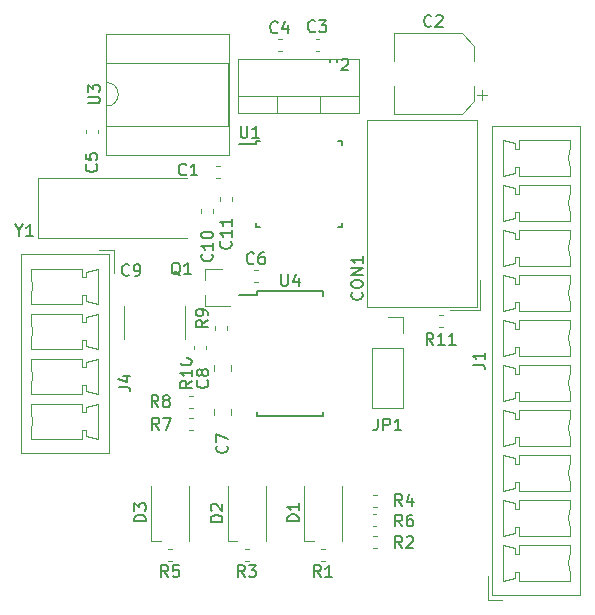
<source format=gto>
G04 #@! TF.GenerationSoftware,KiCad,Pcbnew,5.1.9+dfsg1-1*
G04 #@! TF.CreationDate,2022-02-26T07:12:57+01:00*
G04 #@! TF.ProjectId,mobus,6d6f6275-732e-46b6-9963-61645f706362,rev?*
G04 #@! TF.SameCoordinates,Original*
G04 #@! TF.FileFunction,Legend,Top*
G04 #@! TF.FilePolarity,Positive*
%FSLAX46Y46*%
G04 Gerber Fmt 4.6, Leading zero omitted, Abs format (unit mm)*
G04 Created by KiCad (PCBNEW 5.1.9+dfsg1-1) date 2022-02-26 07:12:57*
%MOMM*%
%LPD*%
G01*
G04 APERTURE LIST*
%ADD10C,0.120000*%
%ADD11C,0.150000*%
%ADD12O,3.600000X1.800000*%
%ADD13O,1.700000X1.700000*%
%ADD14R,1.700000X1.700000*%
%ADD15C,3.200000*%
%ADD16R,4.500000X2.000000*%
%ADD17R,1.500000X0.600000*%
%ADD18O,1.600000X1.600000*%
%ADD19R,1.600000X1.600000*%
%ADD20O,1.905000X2.000000*%
%ADD21R,1.905000X2.000000*%
%ADD22R,0.550000X1.600000*%
%ADD23R,1.600000X0.550000*%
%ADD24R,0.900000X0.800000*%
%ADD25R,2.600000X1.500000*%
%ADD26O,1.727200X1.727200*%
%ADD27R,1.727200X1.727200*%
G04 APERTURE END LIST*
D10*
X128297721Y-85473000D02*
X128623279Y-85473000D01*
X128297721Y-84453000D02*
X128623279Y-84453000D01*
X132410000Y-108573500D02*
X132410000Y-106573500D01*
X133660000Y-108573500D02*
X132410000Y-108573500D01*
X139410000Y-69683500D02*
X139410000Y-70433500D01*
X135110000Y-69683500D02*
X139410000Y-69683500D01*
X135110000Y-70433500D02*
X135110000Y-69683500D01*
X134760000Y-70433500D02*
X135110000Y-70433500D01*
X134760000Y-69933500D02*
X134760000Y-70433500D01*
X133760000Y-69683500D02*
X134760000Y-69933500D01*
X133760000Y-72683500D02*
X133760000Y-69683500D01*
X134760000Y-72433500D02*
X133760000Y-72683500D01*
X134760000Y-71933500D02*
X134760000Y-72433500D01*
X135110000Y-71933500D02*
X134760000Y-71933500D01*
X135110000Y-72683500D02*
X135110000Y-71933500D01*
X139410000Y-72683500D02*
X135110000Y-72683500D01*
X139410000Y-71933500D02*
X139410000Y-72683500D01*
X139410000Y-73493500D02*
X139410000Y-74243500D01*
X135110000Y-73493500D02*
X139410000Y-73493500D01*
X135110000Y-74243500D02*
X135110000Y-73493500D01*
X134760000Y-74243500D02*
X135110000Y-74243500D01*
X134760000Y-73743500D02*
X134760000Y-74243500D01*
X133760000Y-73493500D02*
X134760000Y-73743500D01*
X133760000Y-76493500D02*
X133760000Y-73493500D01*
X134760000Y-76243500D02*
X133760000Y-76493500D01*
X134760000Y-75743500D02*
X134760000Y-76243500D01*
X135110000Y-75743500D02*
X134760000Y-75743500D01*
X135110000Y-76493500D02*
X135110000Y-75743500D01*
X139410000Y-76493500D02*
X135110000Y-76493500D01*
X139410000Y-75743500D02*
X139410000Y-76493500D01*
X139410000Y-77303500D02*
X139410000Y-78053500D01*
X135110000Y-77303500D02*
X139410000Y-77303500D01*
X135110000Y-78053500D02*
X135110000Y-77303500D01*
X134760000Y-78053500D02*
X135110000Y-78053500D01*
X134760000Y-77553500D02*
X134760000Y-78053500D01*
X133760000Y-77303500D02*
X134760000Y-77553500D01*
X133760000Y-80303500D02*
X133760000Y-77303500D01*
X134760000Y-80053500D02*
X133760000Y-80303500D01*
X134760000Y-79553500D02*
X134760000Y-80053500D01*
X135110000Y-79553500D02*
X134760000Y-79553500D01*
X135110000Y-80303500D02*
X135110000Y-79553500D01*
X139410000Y-80303500D02*
X135110000Y-80303500D01*
X139410000Y-79553500D02*
X139410000Y-80303500D01*
X139410000Y-81113500D02*
X139410000Y-81863500D01*
X135110000Y-81113500D02*
X139410000Y-81113500D01*
X135110000Y-81863500D02*
X135110000Y-81113500D01*
X134760000Y-81863500D02*
X135110000Y-81863500D01*
X134760000Y-81363500D02*
X134760000Y-81863500D01*
X133760000Y-81113500D02*
X134760000Y-81363500D01*
X133760000Y-84113500D02*
X133760000Y-81113500D01*
X134760000Y-83863500D02*
X133760000Y-84113500D01*
X134760000Y-83363500D02*
X134760000Y-83863500D01*
X135110000Y-83363500D02*
X134760000Y-83363500D01*
X135110000Y-84113500D02*
X135110000Y-83363500D01*
X139410000Y-84113500D02*
X135110000Y-84113500D01*
X139410000Y-83363500D02*
X139410000Y-84113500D01*
X139410000Y-84923500D02*
X139410000Y-85673500D01*
X135110000Y-84923500D02*
X139410000Y-84923500D01*
X135110000Y-85673500D02*
X135110000Y-84923500D01*
X134760000Y-85673500D02*
X135110000Y-85673500D01*
X134760000Y-85173500D02*
X134760000Y-85673500D01*
X133760000Y-84923500D02*
X134760000Y-85173500D01*
X133760000Y-87923500D02*
X133760000Y-84923500D01*
X134760000Y-87673500D02*
X133760000Y-87923500D01*
X134760000Y-87173500D02*
X134760000Y-87673500D01*
X135110000Y-87173500D02*
X134760000Y-87173500D01*
X135110000Y-87923500D02*
X135110000Y-87173500D01*
X139410000Y-87923500D02*
X135110000Y-87923500D01*
X139410000Y-87173500D02*
X139410000Y-87923500D01*
X139410000Y-88733500D02*
X139410000Y-89483500D01*
X135110000Y-88733500D02*
X139410000Y-88733500D01*
X135110000Y-89483500D02*
X135110000Y-88733500D01*
X134760000Y-89483500D02*
X135110000Y-89483500D01*
X134760000Y-88983500D02*
X134760000Y-89483500D01*
X133760000Y-88733500D02*
X134760000Y-88983500D01*
X133760000Y-91733500D02*
X133760000Y-88733500D01*
X134760000Y-91483500D02*
X133760000Y-91733500D01*
X134760000Y-90983500D02*
X134760000Y-91483500D01*
X135110000Y-90983500D02*
X134760000Y-90983500D01*
X135110000Y-91733500D02*
X135110000Y-90983500D01*
X139410000Y-91733500D02*
X135110000Y-91733500D01*
X139410000Y-90983500D02*
X139410000Y-91733500D01*
X139410000Y-92543500D02*
X139410000Y-93293500D01*
X135110000Y-92543500D02*
X139410000Y-92543500D01*
X135110000Y-93293500D02*
X135110000Y-92543500D01*
X134760000Y-93293500D02*
X135110000Y-93293500D01*
X134760000Y-92793500D02*
X134760000Y-93293500D01*
X133760000Y-92543500D02*
X134760000Y-92793500D01*
X133760000Y-95543500D02*
X133760000Y-92543500D01*
X134760000Y-95293500D02*
X133760000Y-95543500D01*
X134760000Y-94793500D02*
X134760000Y-95293500D01*
X135110000Y-94793500D02*
X134760000Y-94793500D01*
X135110000Y-95543500D02*
X135110000Y-94793500D01*
X139410000Y-95543500D02*
X135110000Y-95543500D01*
X139410000Y-94793500D02*
X139410000Y-95543500D01*
X139410000Y-96353500D02*
X139410000Y-97103500D01*
X135110000Y-96353500D02*
X139410000Y-96353500D01*
X135110000Y-97103500D02*
X135110000Y-96353500D01*
X134760000Y-97103500D02*
X135110000Y-97103500D01*
X134760000Y-96603500D02*
X134760000Y-97103500D01*
X133760000Y-96353500D02*
X134760000Y-96603500D01*
X133760000Y-99353500D02*
X133760000Y-96353500D01*
X134760000Y-99103500D02*
X133760000Y-99353500D01*
X134760000Y-98603500D02*
X134760000Y-99103500D01*
X135110000Y-98603500D02*
X134760000Y-98603500D01*
X135110000Y-99353500D02*
X135110000Y-98603500D01*
X139410000Y-99353500D02*
X135110000Y-99353500D01*
X139410000Y-98603500D02*
X139410000Y-99353500D01*
X139410000Y-100163500D02*
X139410000Y-100913500D01*
X135110000Y-100163500D02*
X139410000Y-100163500D01*
X135110000Y-100913500D02*
X135110000Y-100163500D01*
X134760000Y-100913500D02*
X135110000Y-100913500D01*
X134760000Y-100413500D02*
X134760000Y-100913500D01*
X133760000Y-100163500D02*
X134760000Y-100413500D01*
X133760000Y-103163500D02*
X133760000Y-100163500D01*
X134760000Y-102913500D02*
X133760000Y-103163500D01*
X134760000Y-102413500D02*
X134760000Y-102913500D01*
X135110000Y-102413500D02*
X134760000Y-102413500D01*
X135110000Y-103163500D02*
X135110000Y-102413500D01*
X139410000Y-103163500D02*
X135110000Y-103163500D01*
X139410000Y-102413500D02*
X139410000Y-103163500D01*
X139410000Y-103973500D02*
X139410000Y-104723500D01*
X135110000Y-103973500D02*
X139410000Y-103973500D01*
X135110000Y-104723500D02*
X135110000Y-103973500D01*
X134760000Y-104723500D02*
X135110000Y-104723500D01*
X134760000Y-104223500D02*
X134760000Y-104723500D01*
X133760000Y-103973500D02*
X134760000Y-104223500D01*
X133760000Y-106973500D02*
X133760000Y-103973500D01*
X134760000Y-106723500D02*
X133760000Y-106973500D01*
X134760000Y-106223500D02*
X134760000Y-106723500D01*
X135110000Y-106223500D02*
X134760000Y-106223500D01*
X135110000Y-106973500D02*
X135110000Y-106223500D01*
X139410000Y-106973500D02*
X135110000Y-106973500D01*
X139410000Y-106223500D02*
X139410000Y-106973500D01*
X132800000Y-68473500D02*
X132800000Y-108183500D01*
X140270000Y-68473500D02*
X132800000Y-68473500D01*
X140270000Y-108183500D02*
X140270000Y-68473500D01*
X132800000Y-108183500D02*
X140270000Y-108183500D01*
X139409845Y-70433853D02*
G75*
G03*
X139410000Y-71933500I1700155J-749647D01*
G01*
X139409845Y-74243853D02*
G75*
G03*
X139410000Y-75743500I1700155J-749647D01*
G01*
X139409845Y-78053853D02*
G75*
G03*
X139410000Y-79553500I1700155J-749647D01*
G01*
X139409845Y-81863853D02*
G75*
G03*
X139410000Y-83363500I1700155J-749647D01*
G01*
X139409845Y-85673853D02*
G75*
G03*
X139410000Y-87173500I1700155J-749647D01*
G01*
X139409845Y-89483853D02*
G75*
G03*
X139410000Y-90983500I1700155J-749647D01*
G01*
X139409845Y-93293853D02*
G75*
G03*
X139410000Y-94793500I1700155J-749647D01*
G01*
X139409845Y-97103853D02*
G75*
G03*
X139410000Y-98603500I1700155J-749647D01*
G01*
X139409845Y-100913853D02*
G75*
G03*
X139410000Y-102413500I1700155J-749647D01*
G01*
X139409845Y-104723853D02*
G75*
G03*
X139410000Y-106223500I1700155J-749647D01*
G01*
X123952000Y-84649000D02*
X125282000Y-84649000D01*
X125282000Y-84649000D02*
X125282000Y-85979000D01*
X125282000Y-87249000D02*
X125282000Y-92389000D01*
X122622000Y-92389000D02*
X125282000Y-92389000D01*
X122622000Y-87249000D02*
X122622000Y-92389000D01*
X122622000Y-87249000D02*
X125282000Y-87249000D01*
X106813500Y-86505748D02*
X106813500Y-83674252D01*
X101593500Y-86505748D02*
X101593500Y-83674252D01*
X94328500Y-77988000D02*
X106928500Y-77988000D01*
X94328500Y-72888000D02*
X94328500Y-77988000D01*
X106928500Y-72888000D02*
X94328500Y-72888000D01*
X110809500Y-74813279D02*
X110809500Y-74487721D01*
X109789500Y-74813279D02*
X109789500Y-74487721D01*
X109158500Y-75854779D02*
X109158500Y-75529221D01*
X108138500Y-75854779D02*
X108138500Y-75529221D01*
D11*
X112922000Y-82757000D02*
X111397000Y-82757000D01*
X112922000Y-93032000D02*
X118472000Y-93032000D01*
X112922000Y-82482000D02*
X118472000Y-82482000D01*
X112922000Y-93032000D02*
X112922000Y-92677000D01*
X118472000Y-93032000D02*
X118472000Y-92677000D01*
X118472000Y-82482000D02*
X118472000Y-82837000D01*
X112922000Y-82482000D02*
X112922000Y-82757000D01*
D10*
X100083000Y-60646000D02*
X100083000Y-70926000D01*
X110483000Y-60646000D02*
X100083000Y-60646000D01*
X110483000Y-70926000D02*
X110483000Y-60646000D01*
X100083000Y-70926000D02*
X110483000Y-70926000D01*
X100143000Y-63136000D02*
X100143000Y-64786000D01*
X110423000Y-63136000D02*
X100143000Y-63136000D01*
X110423000Y-68436000D02*
X110423000Y-63136000D01*
X100143000Y-68436000D02*
X110423000Y-68436000D01*
X100143000Y-66786000D02*
X100143000Y-68436000D01*
X100143000Y-64786000D02*
G75*
G02*
X100143000Y-66786000I0J-1000000D01*
G01*
X114544500Y-67405000D02*
X114544500Y-65895000D01*
X118245500Y-67405000D02*
X118245500Y-65895000D01*
X121515500Y-65895000D02*
X111275500Y-65895000D01*
X111275500Y-67405000D02*
X111275500Y-62764000D01*
X121515500Y-67405000D02*
X121515500Y-62764000D01*
X121515500Y-62764000D02*
X111275500Y-62764000D01*
X121515500Y-67405000D02*
X111275500Y-67405000D01*
D11*
X112834000Y-70006000D02*
X111409000Y-70006000D01*
X120084000Y-69781000D02*
X119759000Y-69781000D01*
X120084000Y-77031000D02*
X119759000Y-77031000D01*
X112834000Y-77031000D02*
X113159000Y-77031000D01*
X112834000Y-69781000D02*
X113159000Y-69781000D01*
X112834000Y-77031000D02*
X112834000Y-76706000D01*
X120084000Y-77031000D02*
X120084000Y-76706000D01*
X120084000Y-69781000D02*
X120084000Y-70106000D01*
X112834000Y-69781000D02*
X112834000Y-70006000D01*
D10*
X107567000Y-87060721D02*
X107567000Y-87386279D01*
X108587000Y-87060721D02*
X108587000Y-87386279D01*
X109345000Y-85435221D02*
X109345000Y-85760779D01*
X110365000Y-85435221D02*
X110365000Y-85760779D01*
X107452279Y-91311000D02*
X107126721Y-91311000D01*
X107452279Y-92331000D02*
X107126721Y-92331000D01*
X107477779Y-93216000D02*
X107152221Y-93216000D01*
X107477779Y-94236000D02*
X107152221Y-94236000D01*
X123009779Y-101344000D02*
X122684221Y-101344000D01*
X123009779Y-102364000D02*
X122684221Y-102364000D01*
X105699779Y-104265000D02*
X105374221Y-104265000D01*
X105699779Y-105285000D02*
X105374221Y-105285000D01*
X123035279Y-99693000D02*
X122709721Y-99693000D01*
X123035279Y-100713000D02*
X122709721Y-100713000D01*
X112176779Y-104265000D02*
X111851221Y-104265000D01*
X112176779Y-105285000D02*
X111851221Y-105285000D01*
X123035279Y-103185500D02*
X122709721Y-103185500D01*
X123035279Y-104205500D02*
X122709721Y-104205500D01*
X118628279Y-104265000D02*
X118302721Y-104265000D01*
X118628279Y-105285000D02*
X118302721Y-105285000D01*
X108460000Y-80589000D02*
X109920000Y-80589000D01*
X108460000Y-83749000D02*
X110620000Y-83749000D01*
X108460000Y-83749000D02*
X108460000Y-82819000D01*
X108460000Y-80589000D02*
X108460000Y-81519000D01*
X100762000Y-78942000D02*
X100762000Y-80942000D01*
X99512000Y-78942000D02*
X100762000Y-78942000D01*
X93762000Y-94972000D02*
X93762000Y-94222000D01*
X98062000Y-94972000D02*
X93762000Y-94972000D01*
X98062000Y-94222000D02*
X98062000Y-94972000D01*
X98412000Y-94222000D02*
X98062000Y-94222000D01*
X98412000Y-94722000D02*
X98412000Y-94222000D01*
X99412000Y-94972000D02*
X98412000Y-94722000D01*
X99412000Y-91972000D02*
X99412000Y-94972000D01*
X98412000Y-92222000D02*
X99412000Y-91972000D01*
X98412000Y-92722000D02*
X98412000Y-92222000D01*
X98062000Y-92722000D02*
X98412000Y-92722000D01*
X98062000Y-91972000D02*
X98062000Y-92722000D01*
X93762000Y-91972000D02*
X98062000Y-91972000D01*
X93762000Y-92722000D02*
X93762000Y-91972000D01*
X93762000Y-91162000D02*
X93762000Y-90412000D01*
X98062000Y-91162000D02*
X93762000Y-91162000D01*
X98062000Y-90412000D02*
X98062000Y-91162000D01*
X98412000Y-90412000D02*
X98062000Y-90412000D01*
X98412000Y-90912000D02*
X98412000Y-90412000D01*
X99412000Y-91162000D02*
X98412000Y-90912000D01*
X99412000Y-88162000D02*
X99412000Y-91162000D01*
X98412000Y-88412000D02*
X99412000Y-88162000D01*
X98412000Y-88912000D02*
X98412000Y-88412000D01*
X98062000Y-88912000D02*
X98412000Y-88912000D01*
X98062000Y-88162000D02*
X98062000Y-88912000D01*
X93762000Y-88162000D02*
X98062000Y-88162000D01*
X93762000Y-88912000D02*
X93762000Y-88162000D01*
X93762000Y-87352000D02*
X93762000Y-86602000D01*
X98062000Y-87352000D02*
X93762000Y-87352000D01*
X98062000Y-86602000D02*
X98062000Y-87352000D01*
X98412000Y-86602000D02*
X98062000Y-86602000D01*
X98412000Y-87102000D02*
X98412000Y-86602000D01*
X99412000Y-87352000D02*
X98412000Y-87102000D01*
X99412000Y-84352000D02*
X99412000Y-87352000D01*
X98412000Y-84602000D02*
X99412000Y-84352000D01*
X98412000Y-85102000D02*
X98412000Y-84602000D01*
X98062000Y-85102000D02*
X98412000Y-85102000D01*
X98062000Y-84352000D02*
X98062000Y-85102000D01*
X93762000Y-84352000D02*
X98062000Y-84352000D01*
X93762000Y-85102000D02*
X93762000Y-84352000D01*
X93762000Y-83542000D02*
X93762000Y-82792000D01*
X98062000Y-83542000D02*
X93762000Y-83542000D01*
X98062000Y-82792000D02*
X98062000Y-83542000D01*
X98412000Y-82792000D02*
X98062000Y-82792000D01*
X98412000Y-83292000D02*
X98412000Y-82792000D01*
X99412000Y-83542000D02*
X98412000Y-83292000D01*
X99412000Y-80542000D02*
X99412000Y-83542000D01*
X98412000Y-80792000D02*
X99412000Y-80542000D01*
X98412000Y-81292000D02*
X98412000Y-80792000D01*
X98062000Y-81292000D02*
X98412000Y-81292000D01*
X98062000Y-80542000D02*
X98062000Y-81292000D01*
X93762000Y-80542000D02*
X98062000Y-80542000D01*
X93762000Y-81292000D02*
X93762000Y-80542000D01*
X100372000Y-96182000D02*
X100372000Y-79332000D01*
X92902000Y-96182000D02*
X100372000Y-96182000D01*
X92902000Y-79332000D02*
X92902000Y-96182000D01*
X100372000Y-79332000D02*
X92902000Y-79332000D01*
X93762155Y-94221647D02*
G75*
G03*
X93762000Y-92722000I-1700155J749647D01*
G01*
X93762155Y-90411647D02*
G75*
G03*
X93762000Y-88912000I-1700155J749647D01*
G01*
X93762155Y-86601647D02*
G75*
G03*
X93762000Y-85102000I-1700155J749647D01*
G01*
X93762155Y-82791647D02*
G75*
G03*
X93762000Y-81292000I-1700155J749647D01*
G01*
X103937000Y-103619000D02*
X104737000Y-103619000D01*
X103937000Y-98969000D02*
X103937000Y-103619000D01*
X107137000Y-98969000D02*
X107137000Y-103619000D01*
X110414000Y-103643000D02*
X111214000Y-103643000D01*
X110414000Y-98993000D02*
X110414000Y-103643000D01*
X113614000Y-98993000D02*
X113614000Y-103643000D01*
X116891000Y-103595000D02*
X117691000Y-103595000D01*
X116891000Y-98945000D02*
X116891000Y-103595000D01*
X120091000Y-98945000D02*
X120091000Y-103595000D01*
X131798000Y-84022500D02*
X129258000Y-84022500D01*
X131798000Y-84022500D02*
X131798000Y-81482500D01*
X131548000Y-83772500D02*
X122198000Y-83772500D01*
X131548000Y-67992500D02*
X131548000Y-83772500D01*
X122198000Y-67992500D02*
X131548000Y-67992500D01*
X122198000Y-83772500D02*
X122198000Y-67992500D01*
X110692000Y-89237078D02*
X110692000Y-88719922D01*
X109272000Y-89237078D02*
X109272000Y-88719922D01*
X110692000Y-92968578D02*
X110692000Y-92451422D01*
X109272000Y-92968578D02*
X109272000Y-92451422D01*
X112638721Y-81663000D02*
X112964279Y-81663000D01*
X112638721Y-80643000D02*
X112964279Y-80643000D01*
X98423000Y-68772721D02*
X98423000Y-69098279D01*
X99443000Y-68772721D02*
X99443000Y-69098279D01*
X114645221Y-62105000D02*
X114970779Y-62105000D01*
X114645221Y-61085000D02*
X114970779Y-61085000D01*
X118183779Y-61085000D02*
X117858221Y-61085000D01*
X118183779Y-62105000D02*
X117858221Y-62105000D01*
X131932750Y-66249250D02*
X131932750Y-65461750D01*
X132326500Y-65855500D02*
X131539000Y-65855500D01*
X131299000Y-61662437D02*
X130234563Y-60598000D01*
X131299000Y-66353563D02*
X130234563Y-67418000D01*
X131299000Y-66353563D02*
X131299000Y-65068000D01*
X131299000Y-61662437D02*
X131299000Y-62948000D01*
X130234563Y-60598000D02*
X124479000Y-60598000D01*
X130234563Y-67418000D02*
X124479000Y-67418000D01*
X124479000Y-67418000D02*
X124479000Y-65068000D01*
X124479000Y-60598000D02*
X124479000Y-62948000D01*
X109738279Y-71880000D02*
X109412721Y-71880000D01*
X109738279Y-72900000D02*
X109412721Y-72900000D01*
D11*
X127817642Y-87002880D02*
X127484309Y-86526690D01*
X127246214Y-87002880D02*
X127246214Y-86002880D01*
X127627166Y-86002880D01*
X127722404Y-86050500D01*
X127770023Y-86098119D01*
X127817642Y-86193357D01*
X127817642Y-86336214D01*
X127770023Y-86431452D01*
X127722404Y-86479071D01*
X127627166Y-86526690D01*
X127246214Y-86526690D01*
X128770023Y-87002880D02*
X128198595Y-87002880D01*
X128484309Y-87002880D02*
X128484309Y-86002880D01*
X128389071Y-86145738D01*
X128293833Y-86240976D01*
X128198595Y-86288595D01*
X129722404Y-87002880D02*
X129150976Y-87002880D01*
X129436690Y-87002880D02*
X129436690Y-86002880D01*
X129341452Y-86145738D01*
X129246214Y-86240976D01*
X129150976Y-86288595D01*
X131162380Y-88666833D02*
X131876666Y-88666833D01*
X132019523Y-88714452D01*
X132114761Y-88809690D01*
X132162380Y-88952547D01*
X132162380Y-89047785D01*
X132162380Y-87666833D02*
X132162380Y-88238261D01*
X132162380Y-87952547D02*
X131162380Y-87952547D01*
X131305238Y-88047785D01*
X131400476Y-88143023D01*
X131448095Y-88238261D01*
X123118666Y-93241880D02*
X123118666Y-93956166D01*
X123071047Y-94099023D01*
X122975809Y-94194261D01*
X122832952Y-94241880D01*
X122737714Y-94241880D01*
X123594857Y-94241880D02*
X123594857Y-93241880D01*
X123975809Y-93241880D01*
X124071047Y-93289500D01*
X124118666Y-93337119D01*
X124166285Y-93432357D01*
X124166285Y-93575214D01*
X124118666Y-93670452D01*
X124071047Y-93718071D01*
X123975809Y-93765690D01*
X123594857Y-93765690D01*
X125118666Y-94241880D02*
X124547238Y-94241880D01*
X124832952Y-94241880D02*
X124832952Y-93241880D01*
X124737714Y-93384738D01*
X124642476Y-93479976D01*
X124547238Y-93527595D01*
X102068333Y-81065642D02*
X102020714Y-81113261D01*
X101877857Y-81160880D01*
X101782619Y-81160880D01*
X101639761Y-81113261D01*
X101544523Y-81018023D01*
X101496904Y-80922785D01*
X101449285Y-80732309D01*
X101449285Y-80589452D01*
X101496904Y-80398976D01*
X101544523Y-80303738D01*
X101639761Y-80208500D01*
X101782619Y-80160880D01*
X101877857Y-80160880D01*
X102020714Y-80208500D01*
X102068333Y-80256119D01*
X102544523Y-81160880D02*
X102735000Y-81160880D01*
X102830238Y-81113261D01*
X102877857Y-81065642D01*
X102973095Y-80922785D01*
X103020714Y-80732309D01*
X103020714Y-80351357D01*
X102973095Y-80256119D01*
X102925476Y-80208500D01*
X102830238Y-80160880D01*
X102639761Y-80160880D01*
X102544523Y-80208500D01*
X102496904Y-80256119D01*
X102449285Y-80351357D01*
X102449285Y-80589452D01*
X102496904Y-80684690D01*
X102544523Y-80732309D01*
X102639761Y-80779928D01*
X102830238Y-80779928D01*
X102925476Y-80732309D01*
X102973095Y-80684690D01*
X103020714Y-80589452D01*
X92741809Y-77319190D02*
X92741809Y-77795380D01*
X92408476Y-76795380D02*
X92741809Y-77319190D01*
X93075142Y-76795380D01*
X93932285Y-77795380D02*
X93360857Y-77795380D01*
X93646571Y-77795380D02*
X93646571Y-76795380D01*
X93551333Y-76938238D01*
X93456095Y-77033476D01*
X93360857Y-77081095D01*
X110656642Y-78239857D02*
X110704261Y-78287476D01*
X110751880Y-78430333D01*
X110751880Y-78525571D01*
X110704261Y-78668428D01*
X110609023Y-78763666D01*
X110513785Y-78811285D01*
X110323309Y-78858904D01*
X110180452Y-78858904D01*
X109989976Y-78811285D01*
X109894738Y-78763666D01*
X109799500Y-78668428D01*
X109751880Y-78525571D01*
X109751880Y-78430333D01*
X109799500Y-78287476D01*
X109847119Y-78239857D01*
X110751880Y-77287476D02*
X110751880Y-77858904D01*
X110751880Y-77573190D02*
X109751880Y-77573190D01*
X109894738Y-77668428D01*
X109989976Y-77763666D01*
X110037595Y-77858904D01*
X110751880Y-76335095D02*
X110751880Y-76906523D01*
X110751880Y-76620809D02*
X109751880Y-76620809D01*
X109894738Y-76716047D01*
X109989976Y-76811285D01*
X110037595Y-76906523D01*
X109069142Y-79319357D02*
X109116761Y-79366976D01*
X109164380Y-79509833D01*
X109164380Y-79605071D01*
X109116761Y-79747928D01*
X109021523Y-79843166D01*
X108926285Y-79890785D01*
X108735809Y-79938404D01*
X108592952Y-79938404D01*
X108402476Y-79890785D01*
X108307238Y-79843166D01*
X108212000Y-79747928D01*
X108164380Y-79605071D01*
X108164380Y-79509833D01*
X108212000Y-79366976D01*
X108259619Y-79319357D01*
X109164380Y-78366976D02*
X109164380Y-78938404D01*
X109164380Y-78652690D02*
X108164380Y-78652690D01*
X108307238Y-78747928D01*
X108402476Y-78843166D01*
X108450095Y-78938404D01*
X108164380Y-77747928D02*
X108164380Y-77652690D01*
X108212000Y-77557452D01*
X108259619Y-77509833D01*
X108354857Y-77462214D01*
X108545333Y-77414595D01*
X108783428Y-77414595D01*
X108973904Y-77462214D01*
X109069142Y-77509833D01*
X109116761Y-77557452D01*
X109164380Y-77652690D01*
X109164380Y-77747928D01*
X109116761Y-77843166D01*
X109069142Y-77890785D01*
X108973904Y-77938404D01*
X108783428Y-77986023D01*
X108545333Y-77986023D01*
X108354857Y-77938404D01*
X108259619Y-77890785D01*
X108212000Y-77843166D01*
X108164380Y-77747928D01*
X114935095Y-81009380D02*
X114935095Y-81818904D01*
X114982714Y-81914142D01*
X115030333Y-81961761D01*
X115125571Y-82009380D01*
X115316047Y-82009380D01*
X115411285Y-81961761D01*
X115458904Y-81914142D01*
X115506523Y-81818904D01*
X115506523Y-81009380D01*
X116411285Y-81342714D02*
X116411285Y-82009380D01*
X116173190Y-80961761D02*
X115935095Y-81676047D01*
X116554142Y-81676047D01*
X98595380Y-66547904D02*
X99404904Y-66547904D01*
X99500142Y-66500285D01*
X99547761Y-66452666D01*
X99595380Y-66357428D01*
X99595380Y-66166952D01*
X99547761Y-66071714D01*
X99500142Y-66024095D01*
X99404904Y-65976476D01*
X98595380Y-65976476D01*
X98595380Y-65595523D02*
X98595380Y-64976476D01*
X98976333Y-65309809D01*
X98976333Y-65166952D01*
X99023952Y-65071714D01*
X99071571Y-65024095D01*
X99166809Y-64976476D01*
X99404904Y-64976476D01*
X99500142Y-65024095D01*
X99547761Y-65071714D01*
X99595380Y-65166952D01*
X99595380Y-65452666D01*
X99547761Y-65547904D01*
X99500142Y-65595523D01*
X119062595Y-62761880D02*
X119062595Y-63571404D01*
X119110214Y-63666642D01*
X119157833Y-63714261D01*
X119253071Y-63761880D01*
X119443547Y-63761880D01*
X119538785Y-63714261D01*
X119586404Y-63666642D01*
X119634023Y-63571404D01*
X119634023Y-62761880D01*
X120062595Y-62857119D02*
X120110214Y-62809500D01*
X120205452Y-62761880D01*
X120443547Y-62761880D01*
X120538785Y-62809500D01*
X120586404Y-62857119D01*
X120634023Y-62952357D01*
X120634023Y-63047595D01*
X120586404Y-63190452D01*
X120014976Y-63761880D01*
X120634023Y-63761880D01*
X111506095Y-68476880D02*
X111506095Y-69286404D01*
X111553714Y-69381642D01*
X111601333Y-69429261D01*
X111696571Y-69476880D01*
X111887047Y-69476880D01*
X111982285Y-69429261D01*
X112029904Y-69381642D01*
X112077523Y-69286404D01*
X112077523Y-68476880D01*
X113077523Y-69476880D02*
X112506095Y-69476880D01*
X112791809Y-69476880D02*
X112791809Y-68476880D01*
X112696571Y-68619738D01*
X112601333Y-68714976D01*
X112506095Y-68762595D01*
X107386380Y-90050857D02*
X106910190Y-90384190D01*
X107386380Y-90622285D02*
X106386380Y-90622285D01*
X106386380Y-90241333D01*
X106434000Y-90146095D01*
X106481619Y-90098476D01*
X106576857Y-90050857D01*
X106719714Y-90050857D01*
X106814952Y-90098476D01*
X106862571Y-90146095D01*
X106910190Y-90241333D01*
X106910190Y-90622285D01*
X107386380Y-89098476D02*
X107386380Y-89669904D01*
X107386380Y-89384190D02*
X106386380Y-89384190D01*
X106529238Y-89479428D01*
X106624476Y-89574666D01*
X106672095Y-89669904D01*
X106386380Y-88479428D02*
X106386380Y-88384190D01*
X106434000Y-88288952D01*
X106481619Y-88241333D01*
X106576857Y-88193714D01*
X106767333Y-88146095D01*
X107005428Y-88146095D01*
X107195904Y-88193714D01*
X107291142Y-88241333D01*
X107338761Y-88288952D01*
X107386380Y-88384190D01*
X107386380Y-88479428D01*
X107338761Y-88574666D01*
X107291142Y-88622285D01*
X107195904Y-88669904D01*
X107005428Y-88717523D01*
X106767333Y-88717523D01*
X106576857Y-88669904D01*
X106481619Y-88622285D01*
X106434000Y-88574666D01*
X106386380Y-88479428D01*
X108719880Y-84939166D02*
X108243690Y-85272500D01*
X108719880Y-85510595D02*
X107719880Y-85510595D01*
X107719880Y-85129642D01*
X107767500Y-85034404D01*
X107815119Y-84986785D01*
X107910357Y-84939166D01*
X108053214Y-84939166D01*
X108148452Y-84986785D01*
X108196071Y-85034404D01*
X108243690Y-85129642D01*
X108243690Y-85510595D01*
X108719880Y-84462976D02*
X108719880Y-84272500D01*
X108672261Y-84177261D01*
X108624642Y-84129642D01*
X108481785Y-84034404D01*
X108291309Y-83986785D01*
X107910357Y-83986785D01*
X107815119Y-84034404D01*
X107767500Y-84082023D01*
X107719880Y-84177261D01*
X107719880Y-84367738D01*
X107767500Y-84462976D01*
X107815119Y-84510595D01*
X107910357Y-84558214D01*
X108148452Y-84558214D01*
X108243690Y-84510595D01*
X108291309Y-84462976D01*
X108338928Y-84367738D01*
X108338928Y-84177261D01*
X108291309Y-84082023D01*
X108243690Y-84034404D01*
X108148452Y-83986785D01*
X104544833Y-92273380D02*
X104211500Y-91797190D01*
X103973404Y-92273380D02*
X103973404Y-91273380D01*
X104354357Y-91273380D01*
X104449595Y-91321000D01*
X104497214Y-91368619D01*
X104544833Y-91463857D01*
X104544833Y-91606714D01*
X104497214Y-91701952D01*
X104449595Y-91749571D01*
X104354357Y-91797190D01*
X103973404Y-91797190D01*
X105116261Y-91701952D02*
X105021023Y-91654333D01*
X104973404Y-91606714D01*
X104925785Y-91511476D01*
X104925785Y-91463857D01*
X104973404Y-91368619D01*
X105021023Y-91321000D01*
X105116261Y-91273380D01*
X105306738Y-91273380D01*
X105401976Y-91321000D01*
X105449595Y-91368619D01*
X105497214Y-91463857D01*
X105497214Y-91511476D01*
X105449595Y-91606714D01*
X105401976Y-91654333D01*
X105306738Y-91701952D01*
X105116261Y-91701952D01*
X105021023Y-91749571D01*
X104973404Y-91797190D01*
X104925785Y-91892428D01*
X104925785Y-92082904D01*
X104973404Y-92178142D01*
X105021023Y-92225761D01*
X105116261Y-92273380D01*
X105306738Y-92273380D01*
X105401976Y-92225761D01*
X105449595Y-92178142D01*
X105497214Y-92082904D01*
X105497214Y-91892428D01*
X105449595Y-91797190D01*
X105401976Y-91749571D01*
X105306738Y-91701952D01*
X104608333Y-94178380D02*
X104275000Y-93702190D01*
X104036904Y-94178380D02*
X104036904Y-93178380D01*
X104417857Y-93178380D01*
X104513095Y-93226000D01*
X104560714Y-93273619D01*
X104608333Y-93368857D01*
X104608333Y-93511714D01*
X104560714Y-93606952D01*
X104513095Y-93654571D01*
X104417857Y-93702190D01*
X104036904Y-93702190D01*
X104941666Y-93178380D02*
X105608333Y-93178380D01*
X105179761Y-94178380D01*
X125182333Y-102369880D02*
X124849000Y-101893690D01*
X124610904Y-102369880D02*
X124610904Y-101369880D01*
X124991857Y-101369880D01*
X125087095Y-101417500D01*
X125134714Y-101465119D01*
X125182333Y-101560357D01*
X125182333Y-101703214D01*
X125134714Y-101798452D01*
X125087095Y-101846071D01*
X124991857Y-101893690D01*
X124610904Y-101893690D01*
X126039476Y-101369880D02*
X125849000Y-101369880D01*
X125753761Y-101417500D01*
X125706142Y-101465119D01*
X125610904Y-101607976D01*
X125563285Y-101798452D01*
X125563285Y-102179404D01*
X125610904Y-102274642D01*
X125658523Y-102322261D01*
X125753761Y-102369880D01*
X125944238Y-102369880D01*
X126039476Y-102322261D01*
X126087095Y-102274642D01*
X126134714Y-102179404D01*
X126134714Y-101941309D01*
X126087095Y-101846071D01*
X126039476Y-101798452D01*
X125944238Y-101750833D01*
X125753761Y-101750833D01*
X125658523Y-101798452D01*
X125610904Y-101846071D01*
X125563285Y-101941309D01*
X105370333Y-106657380D02*
X105037000Y-106181190D01*
X104798904Y-106657380D02*
X104798904Y-105657380D01*
X105179857Y-105657380D01*
X105275095Y-105705000D01*
X105322714Y-105752619D01*
X105370333Y-105847857D01*
X105370333Y-105990714D01*
X105322714Y-106085952D01*
X105275095Y-106133571D01*
X105179857Y-106181190D01*
X104798904Y-106181190D01*
X106275095Y-105657380D02*
X105798904Y-105657380D01*
X105751285Y-106133571D01*
X105798904Y-106085952D01*
X105894142Y-106038333D01*
X106132238Y-106038333D01*
X106227476Y-106085952D01*
X106275095Y-106133571D01*
X106322714Y-106228809D01*
X106322714Y-106466904D01*
X106275095Y-106562142D01*
X106227476Y-106609761D01*
X106132238Y-106657380D01*
X105894142Y-106657380D01*
X105798904Y-106609761D01*
X105751285Y-106562142D01*
X125182333Y-100655380D02*
X124849000Y-100179190D01*
X124610904Y-100655380D02*
X124610904Y-99655380D01*
X124991857Y-99655380D01*
X125087095Y-99703000D01*
X125134714Y-99750619D01*
X125182333Y-99845857D01*
X125182333Y-99988714D01*
X125134714Y-100083952D01*
X125087095Y-100131571D01*
X124991857Y-100179190D01*
X124610904Y-100179190D01*
X126039476Y-99988714D02*
X126039476Y-100655380D01*
X125801380Y-99607761D02*
X125563285Y-100322047D01*
X126182333Y-100322047D01*
X111847333Y-106657380D02*
X111514000Y-106181190D01*
X111275904Y-106657380D02*
X111275904Y-105657380D01*
X111656857Y-105657380D01*
X111752095Y-105705000D01*
X111799714Y-105752619D01*
X111847333Y-105847857D01*
X111847333Y-105990714D01*
X111799714Y-106085952D01*
X111752095Y-106133571D01*
X111656857Y-106181190D01*
X111275904Y-106181190D01*
X112180666Y-105657380D02*
X112799714Y-105657380D01*
X112466380Y-106038333D01*
X112609238Y-106038333D01*
X112704476Y-106085952D01*
X112752095Y-106133571D01*
X112799714Y-106228809D01*
X112799714Y-106466904D01*
X112752095Y-106562142D01*
X112704476Y-106609761D01*
X112609238Y-106657380D01*
X112323523Y-106657380D01*
X112228285Y-106609761D01*
X112180666Y-106562142D01*
X125182333Y-104211380D02*
X124849000Y-103735190D01*
X124610904Y-104211380D02*
X124610904Y-103211380D01*
X124991857Y-103211380D01*
X125087095Y-103259000D01*
X125134714Y-103306619D01*
X125182333Y-103401857D01*
X125182333Y-103544714D01*
X125134714Y-103639952D01*
X125087095Y-103687571D01*
X124991857Y-103735190D01*
X124610904Y-103735190D01*
X125563285Y-103306619D02*
X125610904Y-103259000D01*
X125706142Y-103211380D01*
X125944238Y-103211380D01*
X126039476Y-103259000D01*
X126087095Y-103306619D01*
X126134714Y-103401857D01*
X126134714Y-103497095D01*
X126087095Y-103639952D01*
X125515666Y-104211380D01*
X126134714Y-104211380D01*
X118298833Y-106657380D02*
X117965500Y-106181190D01*
X117727404Y-106657380D02*
X117727404Y-105657380D01*
X118108357Y-105657380D01*
X118203595Y-105705000D01*
X118251214Y-105752619D01*
X118298833Y-105847857D01*
X118298833Y-105990714D01*
X118251214Y-106085952D01*
X118203595Y-106133571D01*
X118108357Y-106181190D01*
X117727404Y-106181190D01*
X119251214Y-106657380D02*
X118679785Y-106657380D01*
X118965500Y-106657380D02*
X118965500Y-105657380D01*
X118870261Y-105800238D01*
X118775023Y-105895476D01*
X118679785Y-105943095D01*
X106394261Y-81129119D02*
X106299023Y-81081500D01*
X106203785Y-80986261D01*
X106060928Y-80843404D01*
X105965690Y-80795785D01*
X105870452Y-80795785D01*
X105918071Y-81033880D02*
X105822833Y-80986261D01*
X105727595Y-80891023D01*
X105679976Y-80700547D01*
X105679976Y-80367214D01*
X105727595Y-80176738D01*
X105822833Y-80081500D01*
X105918071Y-80033880D01*
X106108547Y-80033880D01*
X106203785Y-80081500D01*
X106299023Y-80176738D01*
X106346642Y-80367214D01*
X106346642Y-80700547D01*
X106299023Y-80891023D01*
X106203785Y-80986261D01*
X106108547Y-81033880D01*
X105918071Y-81033880D01*
X107299023Y-81033880D02*
X106727595Y-81033880D01*
X107013309Y-81033880D02*
X107013309Y-80033880D01*
X106918071Y-80176738D01*
X106822833Y-80271976D01*
X106727595Y-80319595D01*
X101179380Y-90566833D02*
X101893666Y-90566833D01*
X102036523Y-90614452D01*
X102131761Y-90709690D01*
X102179380Y-90852547D01*
X102179380Y-90947785D01*
X101512714Y-89662071D02*
X102179380Y-89662071D01*
X101131761Y-89900166D02*
X101846047Y-90138261D01*
X101846047Y-89519214D01*
X103489380Y-101957095D02*
X102489380Y-101957095D01*
X102489380Y-101719000D01*
X102537000Y-101576142D01*
X102632238Y-101480904D01*
X102727476Y-101433285D01*
X102917952Y-101385666D01*
X103060809Y-101385666D01*
X103251285Y-101433285D01*
X103346523Y-101480904D01*
X103441761Y-101576142D01*
X103489380Y-101719000D01*
X103489380Y-101957095D01*
X102489380Y-101052333D02*
X102489380Y-100433285D01*
X102870333Y-100766619D01*
X102870333Y-100623761D01*
X102917952Y-100528523D01*
X102965571Y-100480904D01*
X103060809Y-100433285D01*
X103298904Y-100433285D01*
X103394142Y-100480904D01*
X103441761Y-100528523D01*
X103489380Y-100623761D01*
X103489380Y-100909476D01*
X103441761Y-101004714D01*
X103394142Y-101052333D01*
X109966380Y-101981095D02*
X108966380Y-101981095D01*
X108966380Y-101743000D01*
X109014000Y-101600142D01*
X109109238Y-101504904D01*
X109204476Y-101457285D01*
X109394952Y-101409666D01*
X109537809Y-101409666D01*
X109728285Y-101457285D01*
X109823523Y-101504904D01*
X109918761Y-101600142D01*
X109966380Y-101743000D01*
X109966380Y-101981095D01*
X109061619Y-101028714D02*
X109014000Y-100981095D01*
X108966380Y-100885857D01*
X108966380Y-100647761D01*
X109014000Y-100552523D01*
X109061619Y-100504904D01*
X109156857Y-100457285D01*
X109252095Y-100457285D01*
X109394952Y-100504904D01*
X109966380Y-101076333D01*
X109966380Y-100457285D01*
X116443380Y-101933095D02*
X115443380Y-101933095D01*
X115443380Y-101695000D01*
X115491000Y-101552142D01*
X115586238Y-101456904D01*
X115681476Y-101409285D01*
X115871952Y-101361666D01*
X116014809Y-101361666D01*
X116205285Y-101409285D01*
X116300523Y-101456904D01*
X116395761Y-101552142D01*
X116443380Y-101695000D01*
X116443380Y-101933095D01*
X116443380Y-100409285D02*
X116443380Y-100980714D01*
X116443380Y-100695000D02*
X115443380Y-100695000D01*
X115586238Y-100790238D01*
X115681476Y-100885476D01*
X115729095Y-100980714D01*
X121769142Y-82557785D02*
X121816761Y-82605404D01*
X121864380Y-82748261D01*
X121864380Y-82843500D01*
X121816761Y-82986357D01*
X121721523Y-83081595D01*
X121626285Y-83129214D01*
X121435809Y-83176833D01*
X121292952Y-83176833D01*
X121102476Y-83129214D01*
X121007238Y-83081595D01*
X120912000Y-82986357D01*
X120864380Y-82843500D01*
X120864380Y-82748261D01*
X120912000Y-82605404D01*
X120959619Y-82557785D01*
X120864380Y-81938738D02*
X120864380Y-81748261D01*
X120912000Y-81653023D01*
X121007238Y-81557785D01*
X121197714Y-81510166D01*
X121531047Y-81510166D01*
X121721523Y-81557785D01*
X121816761Y-81653023D01*
X121864380Y-81748261D01*
X121864380Y-81938738D01*
X121816761Y-82033976D01*
X121721523Y-82129214D01*
X121531047Y-82176833D01*
X121197714Y-82176833D01*
X121007238Y-82129214D01*
X120912000Y-82033976D01*
X120864380Y-81938738D01*
X121864380Y-81081595D02*
X120864380Y-81081595D01*
X121864380Y-80510166D01*
X120864380Y-80510166D01*
X121864380Y-79510166D02*
X121864380Y-80081595D01*
X121864380Y-79795880D02*
X120864380Y-79795880D01*
X121007238Y-79891119D01*
X121102476Y-79986357D01*
X121150095Y-80081595D01*
X108689142Y-90019166D02*
X108736761Y-90066785D01*
X108784380Y-90209642D01*
X108784380Y-90304880D01*
X108736761Y-90447738D01*
X108641523Y-90542976D01*
X108546285Y-90590595D01*
X108355809Y-90638214D01*
X108212952Y-90638214D01*
X108022476Y-90590595D01*
X107927238Y-90542976D01*
X107832000Y-90447738D01*
X107784380Y-90304880D01*
X107784380Y-90209642D01*
X107832000Y-90066785D01*
X107879619Y-90019166D01*
X108212952Y-89447738D02*
X108165333Y-89542976D01*
X108117714Y-89590595D01*
X108022476Y-89638214D01*
X107974857Y-89638214D01*
X107879619Y-89590595D01*
X107832000Y-89542976D01*
X107784380Y-89447738D01*
X107784380Y-89257261D01*
X107832000Y-89162023D01*
X107879619Y-89114404D01*
X107974857Y-89066785D01*
X108022476Y-89066785D01*
X108117714Y-89114404D01*
X108165333Y-89162023D01*
X108212952Y-89257261D01*
X108212952Y-89447738D01*
X108260571Y-89542976D01*
X108308190Y-89590595D01*
X108403428Y-89638214D01*
X108593904Y-89638214D01*
X108689142Y-89590595D01*
X108736761Y-89542976D01*
X108784380Y-89447738D01*
X108784380Y-89257261D01*
X108736761Y-89162023D01*
X108689142Y-89114404D01*
X108593904Y-89066785D01*
X108403428Y-89066785D01*
X108308190Y-89114404D01*
X108260571Y-89162023D01*
X108212952Y-89257261D01*
X110339142Y-95543666D02*
X110386761Y-95591285D01*
X110434380Y-95734142D01*
X110434380Y-95829380D01*
X110386761Y-95972238D01*
X110291523Y-96067476D01*
X110196285Y-96115095D01*
X110005809Y-96162714D01*
X109862952Y-96162714D01*
X109672476Y-96115095D01*
X109577238Y-96067476D01*
X109482000Y-95972238D01*
X109434380Y-95829380D01*
X109434380Y-95734142D01*
X109482000Y-95591285D01*
X109529619Y-95543666D01*
X109434380Y-95210333D02*
X109434380Y-94543666D01*
X110434380Y-94972238D01*
X112634833Y-80080142D02*
X112587214Y-80127761D01*
X112444357Y-80175380D01*
X112349119Y-80175380D01*
X112206261Y-80127761D01*
X112111023Y-80032523D01*
X112063404Y-79937285D01*
X112015785Y-79746809D01*
X112015785Y-79603952D01*
X112063404Y-79413476D01*
X112111023Y-79318238D01*
X112206261Y-79223000D01*
X112349119Y-79175380D01*
X112444357Y-79175380D01*
X112587214Y-79223000D01*
X112634833Y-79270619D01*
X113491976Y-79175380D02*
X113301500Y-79175380D01*
X113206261Y-79223000D01*
X113158642Y-79270619D01*
X113063404Y-79413476D01*
X113015785Y-79603952D01*
X113015785Y-79984904D01*
X113063404Y-80080142D01*
X113111023Y-80127761D01*
X113206261Y-80175380D01*
X113396738Y-80175380D01*
X113491976Y-80127761D01*
X113539595Y-80080142D01*
X113587214Y-79984904D01*
X113587214Y-79746809D01*
X113539595Y-79651571D01*
X113491976Y-79603952D01*
X113396738Y-79556333D01*
X113206261Y-79556333D01*
X113111023Y-79603952D01*
X113063404Y-79651571D01*
X113015785Y-79746809D01*
X99290142Y-71731166D02*
X99337761Y-71778785D01*
X99385380Y-71921642D01*
X99385380Y-72016880D01*
X99337761Y-72159738D01*
X99242523Y-72254976D01*
X99147285Y-72302595D01*
X98956809Y-72350214D01*
X98813952Y-72350214D01*
X98623476Y-72302595D01*
X98528238Y-72254976D01*
X98433000Y-72159738D01*
X98385380Y-72016880D01*
X98385380Y-71921642D01*
X98433000Y-71778785D01*
X98480619Y-71731166D01*
X98385380Y-70826404D02*
X98385380Y-71302595D01*
X98861571Y-71350214D01*
X98813952Y-71302595D01*
X98766333Y-71207357D01*
X98766333Y-70969261D01*
X98813952Y-70874023D01*
X98861571Y-70826404D01*
X98956809Y-70778785D01*
X99194904Y-70778785D01*
X99290142Y-70826404D01*
X99337761Y-70874023D01*
X99385380Y-70969261D01*
X99385380Y-71207357D01*
X99337761Y-71302595D01*
X99290142Y-71350214D01*
X114641333Y-60522142D02*
X114593714Y-60569761D01*
X114450857Y-60617380D01*
X114355619Y-60617380D01*
X114212761Y-60569761D01*
X114117523Y-60474523D01*
X114069904Y-60379285D01*
X114022285Y-60188809D01*
X114022285Y-60045952D01*
X114069904Y-59855476D01*
X114117523Y-59760238D01*
X114212761Y-59665000D01*
X114355619Y-59617380D01*
X114450857Y-59617380D01*
X114593714Y-59665000D01*
X114641333Y-59712619D01*
X115498476Y-59950714D02*
X115498476Y-60617380D01*
X115260380Y-59569761D02*
X115022285Y-60284047D01*
X115641333Y-60284047D01*
X117816333Y-60428142D02*
X117768714Y-60475761D01*
X117625857Y-60523380D01*
X117530619Y-60523380D01*
X117387761Y-60475761D01*
X117292523Y-60380523D01*
X117244904Y-60285285D01*
X117197285Y-60094809D01*
X117197285Y-59951952D01*
X117244904Y-59761476D01*
X117292523Y-59666238D01*
X117387761Y-59571000D01*
X117530619Y-59523380D01*
X117625857Y-59523380D01*
X117768714Y-59571000D01*
X117816333Y-59618619D01*
X118149666Y-59523380D02*
X118768714Y-59523380D01*
X118435380Y-59904333D01*
X118578238Y-59904333D01*
X118673476Y-59951952D01*
X118721095Y-59999571D01*
X118768714Y-60094809D01*
X118768714Y-60332904D01*
X118721095Y-60428142D01*
X118673476Y-60475761D01*
X118578238Y-60523380D01*
X118292523Y-60523380D01*
X118197285Y-60475761D01*
X118149666Y-60428142D01*
X127658833Y-59983642D02*
X127611214Y-60031261D01*
X127468357Y-60078880D01*
X127373119Y-60078880D01*
X127230261Y-60031261D01*
X127135023Y-59936023D01*
X127087404Y-59840785D01*
X127039785Y-59650309D01*
X127039785Y-59507452D01*
X127087404Y-59316976D01*
X127135023Y-59221738D01*
X127230261Y-59126500D01*
X127373119Y-59078880D01*
X127468357Y-59078880D01*
X127611214Y-59126500D01*
X127658833Y-59174119D01*
X128039785Y-59174119D02*
X128087404Y-59126500D01*
X128182642Y-59078880D01*
X128420738Y-59078880D01*
X128515976Y-59126500D01*
X128563595Y-59174119D01*
X128611214Y-59269357D01*
X128611214Y-59364595D01*
X128563595Y-59507452D01*
X127992166Y-60078880D01*
X128611214Y-60078880D01*
X106894333Y-72556642D02*
X106846714Y-72604261D01*
X106703857Y-72651880D01*
X106608619Y-72651880D01*
X106465761Y-72604261D01*
X106370523Y-72509023D01*
X106322904Y-72413785D01*
X106275285Y-72223309D01*
X106275285Y-72080452D01*
X106322904Y-71889976D01*
X106370523Y-71794738D01*
X106465761Y-71699500D01*
X106608619Y-71651880D01*
X106703857Y-71651880D01*
X106846714Y-71699500D01*
X106894333Y-71747119D01*
X107846714Y-72651880D02*
X107275285Y-72651880D01*
X107561000Y-72651880D02*
X107561000Y-71651880D01*
X107465761Y-71794738D01*
X107370523Y-71889976D01*
X107275285Y-71937595D01*
%LPC*%
G36*
G01*
X128810500Y-85219250D02*
X128810500Y-84706750D01*
G75*
G02*
X129029250Y-84488000I218750J0D01*
G01*
X129466750Y-84488000D01*
G75*
G02*
X129685500Y-84706750I0J-218750D01*
G01*
X129685500Y-85219250D01*
G75*
G02*
X129466750Y-85438000I-218750J0D01*
G01*
X129029250Y-85438000D01*
G75*
G02*
X128810500Y-85219250I0J218750D01*
G01*
G37*
G36*
G01*
X127235500Y-85219250D02*
X127235500Y-84706750D01*
G75*
G02*
X127454250Y-84488000I218750J0D01*
G01*
X127891750Y-84488000D01*
G75*
G02*
X128110500Y-84706750I0J-218750D01*
G01*
X128110500Y-85219250D01*
G75*
G02*
X127891750Y-85438000I-218750J0D01*
G01*
X127454250Y-85438000D01*
G75*
G02*
X127235500Y-85219250I0J218750D01*
G01*
G37*
D12*
X137160000Y-71183500D03*
X137160000Y-74993500D03*
X137160000Y-78803500D03*
X137160000Y-82613500D03*
X137160000Y-86423500D03*
X137160000Y-90233500D03*
X137160000Y-94043500D03*
X137160000Y-97853500D03*
X137160000Y-101663500D03*
G36*
G01*
X138710000Y-106373500D02*
X135610000Y-106373500D01*
G75*
G02*
X135360000Y-106123500I0J250000D01*
G01*
X135360000Y-104823500D01*
G75*
G02*
X135610000Y-104573500I250000J0D01*
G01*
X138710000Y-104573500D01*
G75*
G02*
X138960000Y-104823500I0J-250000D01*
G01*
X138960000Y-106123500D01*
G75*
G02*
X138710000Y-106373500I-250000J0D01*
G01*
G37*
D13*
X123952000Y-91059000D03*
X123952000Y-88519000D03*
D14*
X123952000Y-85979000D03*
D15*
X128524000Y-105537000D03*
X96012000Y-62230000D03*
X96012000Y-105537000D03*
X137160000Y-62230000D03*
G36*
G01*
X106653500Y-83440000D02*
X101753500Y-83440000D01*
G75*
G02*
X101503500Y-83190000I0J250000D01*
G01*
X101503500Y-81890000D01*
G75*
G02*
X101753500Y-81640000I250000J0D01*
G01*
X106653500Y-81640000D01*
G75*
G02*
X106903500Y-81890000I0J-250000D01*
G01*
X106903500Y-83190000D01*
G75*
G02*
X106653500Y-83440000I-250000J0D01*
G01*
G37*
G36*
G01*
X106653500Y-88540000D02*
X101753500Y-88540000D01*
G75*
G02*
X101503500Y-88290000I0J250000D01*
G01*
X101503500Y-86990000D01*
G75*
G02*
X101753500Y-86740000I250000J0D01*
G01*
X106653500Y-86740000D01*
G75*
G02*
X106903500Y-86990000I0J-250000D01*
G01*
X106903500Y-88290000D01*
G75*
G02*
X106653500Y-88540000I-250000J0D01*
G01*
G37*
D16*
X105278500Y-75438000D03*
X96778500Y-75438000D03*
G36*
G01*
X110555750Y-74300500D02*
X110043250Y-74300500D01*
G75*
G02*
X109824500Y-74081750I0J218750D01*
G01*
X109824500Y-73644250D01*
G75*
G02*
X110043250Y-73425500I218750J0D01*
G01*
X110555750Y-73425500D01*
G75*
G02*
X110774500Y-73644250I0J-218750D01*
G01*
X110774500Y-74081750D01*
G75*
G02*
X110555750Y-74300500I-218750J0D01*
G01*
G37*
G36*
G01*
X110555750Y-75875500D02*
X110043250Y-75875500D01*
G75*
G02*
X109824500Y-75656750I0J218750D01*
G01*
X109824500Y-75219250D01*
G75*
G02*
X110043250Y-75000500I218750J0D01*
G01*
X110555750Y-75000500D01*
G75*
G02*
X110774500Y-75219250I0J-218750D01*
G01*
X110774500Y-75656750D01*
G75*
G02*
X110555750Y-75875500I-218750J0D01*
G01*
G37*
G36*
G01*
X108904750Y-75342000D02*
X108392250Y-75342000D01*
G75*
G02*
X108173500Y-75123250I0J218750D01*
G01*
X108173500Y-74685750D01*
G75*
G02*
X108392250Y-74467000I218750J0D01*
G01*
X108904750Y-74467000D01*
G75*
G02*
X109123500Y-74685750I0J-218750D01*
G01*
X109123500Y-75123250D01*
G75*
G02*
X108904750Y-75342000I-218750J0D01*
G01*
G37*
G36*
G01*
X108904750Y-76917000D02*
X108392250Y-76917000D01*
G75*
G02*
X108173500Y-76698250I0J218750D01*
G01*
X108173500Y-76260750D01*
G75*
G02*
X108392250Y-76042000I218750J0D01*
G01*
X108904750Y-76042000D01*
G75*
G02*
X109123500Y-76260750I0J-218750D01*
G01*
X109123500Y-76698250D01*
G75*
G02*
X108904750Y-76917000I-218750J0D01*
G01*
G37*
D17*
X119247000Y-83312000D03*
X119247000Y-84582000D03*
X119247000Y-85852000D03*
X119247000Y-87122000D03*
X119247000Y-88392000D03*
X119247000Y-89662000D03*
X119247000Y-90932000D03*
X119247000Y-92202000D03*
X112147000Y-92202000D03*
X112147000Y-90932000D03*
X112147000Y-89662000D03*
X112147000Y-88392000D03*
X112147000Y-87122000D03*
X112147000Y-85852000D03*
X112147000Y-84582000D03*
X112147000Y-83312000D03*
D18*
X101473000Y-61976000D03*
X109093000Y-69596000D03*
X104013000Y-61976000D03*
X106553000Y-69596000D03*
X106553000Y-61976000D03*
X104013000Y-69596000D03*
X109093000Y-61976000D03*
D19*
X101473000Y-69596000D03*
D20*
X113855500Y-64135000D03*
X116395500Y-64135000D03*
D21*
X118935500Y-64135000D03*
D22*
X113659000Y-69156000D03*
X114459000Y-69156000D03*
X115259000Y-69156000D03*
X116059000Y-69156000D03*
X116859000Y-69156000D03*
X117659000Y-69156000D03*
X118459000Y-69156000D03*
X119259000Y-69156000D03*
D23*
X120709000Y-70606000D03*
X120709000Y-71406000D03*
X120709000Y-72206000D03*
X120709000Y-73006000D03*
X120709000Y-73806000D03*
X120709000Y-74606000D03*
X120709000Y-75406000D03*
X120709000Y-76206000D03*
D22*
X119259000Y-77656000D03*
X118459000Y-77656000D03*
X117659000Y-77656000D03*
X116859000Y-77656000D03*
X116059000Y-77656000D03*
X115259000Y-77656000D03*
X114459000Y-77656000D03*
X113659000Y-77656000D03*
D23*
X112209000Y-76206000D03*
X112209000Y-75406000D03*
X112209000Y-74606000D03*
X112209000Y-73806000D03*
X112209000Y-73006000D03*
X112209000Y-72206000D03*
X112209000Y-71406000D03*
X112209000Y-70606000D03*
G36*
G01*
X107820750Y-87573500D02*
X108333250Y-87573500D01*
G75*
G02*
X108552000Y-87792250I0J-218750D01*
G01*
X108552000Y-88229750D01*
G75*
G02*
X108333250Y-88448500I-218750J0D01*
G01*
X107820750Y-88448500D01*
G75*
G02*
X107602000Y-88229750I0J218750D01*
G01*
X107602000Y-87792250D01*
G75*
G02*
X107820750Y-87573500I218750J0D01*
G01*
G37*
G36*
G01*
X107820750Y-85998500D02*
X108333250Y-85998500D01*
G75*
G02*
X108552000Y-86217250I0J-218750D01*
G01*
X108552000Y-86654750D01*
G75*
G02*
X108333250Y-86873500I-218750J0D01*
G01*
X107820750Y-86873500D01*
G75*
G02*
X107602000Y-86654750I0J218750D01*
G01*
X107602000Y-86217250D01*
G75*
G02*
X107820750Y-85998500I218750J0D01*
G01*
G37*
G36*
G01*
X109598750Y-85948000D02*
X110111250Y-85948000D01*
G75*
G02*
X110330000Y-86166750I0J-218750D01*
G01*
X110330000Y-86604250D01*
G75*
G02*
X110111250Y-86823000I-218750J0D01*
G01*
X109598750Y-86823000D01*
G75*
G02*
X109380000Y-86604250I0J218750D01*
G01*
X109380000Y-86166750D01*
G75*
G02*
X109598750Y-85948000I218750J0D01*
G01*
G37*
G36*
G01*
X109598750Y-84373000D02*
X110111250Y-84373000D01*
G75*
G02*
X110330000Y-84591750I0J-218750D01*
G01*
X110330000Y-85029250D01*
G75*
G02*
X110111250Y-85248000I-218750J0D01*
G01*
X109598750Y-85248000D01*
G75*
G02*
X109380000Y-85029250I0J218750D01*
G01*
X109380000Y-84591750D01*
G75*
G02*
X109598750Y-84373000I218750J0D01*
G01*
G37*
G36*
G01*
X106939500Y-91564750D02*
X106939500Y-92077250D01*
G75*
G02*
X106720750Y-92296000I-218750J0D01*
G01*
X106283250Y-92296000D01*
G75*
G02*
X106064500Y-92077250I0J218750D01*
G01*
X106064500Y-91564750D01*
G75*
G02*
X106283250Y-91346000I218750J0D01*
G01*
X106720750Y-91346000D01*
G75*
G02*
X106939500Y-91564750I0J-218750D01*
G01*
G37*
G36*
G01*
X108514500Y-91564750D02*
X108514500Y-92077250D01*
G75*
G02*
X108295750Y-92296000I-218750J0D01*
G01*
X107858250Y-92296000D01*
G75*
G02*
X107639500Y-92077250I0J218750D01*
G01*
X107639500Y-91564750D01*
G75*
G02*
X107858250Y-91346000I218750J0D01*
G01*
X108295750Y-91346000D01*
G75*
G02*
X108514500Y-91564750I0J-218750D01*
G01*
G37*
G36*
G01*
X106965000Y-93469750D02*
X106965000Y-93982250D01*
G75*
G02*
X106746250Y-94201000I-218750J0D01*
G01*
X106308750Y-94201000D01*
G75*
G02*
X106090000Y-93982250I0J218750D01*
G01*
X106090000Y-93469750D01*
G75*
G02*
X106308750Y-93251000I218750J0D01*
G01*
X106746250Y-93251000D01*
G75*
G02*
X106965000Y-93469750I0J-218750D01*
G01*
G37*
G36*
G01*
X108540000Y-93469750D02*
X108540000Y-93982250D01*
G75*
G02*
X108321250Y-94201000I-218750J0D01*
G01*
X107883750Y-94201000D01*
G75*
G02*
X107665000Y-93982250I0J218750D01*
G01*
X107665000Y-93469750D01*
G75*
G02*
X107883750Y-93251000I218750J0D01*
G01*
X108321250Y-93251000D01*
G75*
G02*
X108540000Y-93469750I0J-218750D01*
G01*
G37*
G36*
G01*
X122497000Y-101597750D02*
X122497000Y-102110250D01*
G75*
G02*
X122278250Y-102329000I-218750J0D01*
G01*
X121840750Y-102329000D01*
G75*
G02*
X121622000Y-102110250I0J218750D01*
G01*
X121622000Y-101597750D01*
G75*
G02*
X121840750Y-101379000I218750J0D01*
G01*
X122278250Y-101379000D01*
G75*
G02*
X122497000Y-101597750I0J-218750D01*
G01*
G37*
G36*
G01*
X124072000Y-101597750D02*
X124072000Y-102110250D01*
G75*
G02*
X123853250Y-102329000I-218750J0D01*
G01*
X123415750Y-102329000D01*
G75*
G02*
X123197000Y-102110250I0J218750D01*
G01*
X123197000Y-101597750D01*
G75*
G02*
X123415750Y-101379000I218750J0D01*
G01*
X123853250Y-101379000D01*
G75*
G02*
X124072000Y-101597750I0J-218750D01*
G01*
G37*
G36*
G01*
X105187000Y-104518750D02*
X105187000Y-105031250D01*
G75*
G02*
X104968250Y-105250000I-218750J0D01*
G01*
X104530750Y-105250000D01*
G75*
G02*
X104312000Y-105031250I0J218750D01*
G01*
X104312000Y-104518750D01*
G75*
G02*
X104530750Y-104300000I218750J0D01*
G01*
X104968250Y-104300000D01*
G75*
G02*
X105187000Y-104518750I0J-218750D01*
G01*
G37*
G36*
G01*
X106762000Y-104518750D02*
X106762000Y-105031250D01*
G75*
G02*
X106543250Y-105250000I-218750J0D01*
G01*
X106105750Y-105250000D01*
G75*
G02*
X105887000Y-105031250I0J218750D01*
G01*
X105887000Y-104518750D01*
G75*
G02*
X106105750Y-104300000I218750J0D01*
G01*
X106543250Y-104300000D01*
G75*
G02*
X106762000Y-104518750I0J-218750D01*
G01*
G37*
G36*
G01*
X122522500Y-99946750D02*
X122522500Y-100459250D01*
G75*
G02*
X122303750Y-100678000I-218750J0D01*
G01*
X121866250Y-100678000D01*
G75*
G02*
X121647500Y-100459250I0J218750D01*
G01*
X121647500Y-99946750D01*
G75*
G02*
X121866250Y-99728000I218750J0D01*
G01*
X122303750Y-99728000D01*
G75*
G02*
X122522500Y-99946750I0J-218750D01*
G01*
G37*
G36*
G01*
X124097500Y-99946750D02*
X124097500Y-100459250D01*
G75*
G02*
X123878750Y-100678000I-218750J0D01*
G01*
X123441250Y-100678000D01*
G75*
G02*
X123222500Y-100459250I0J218750D01*
G01*
X123222500Y-99946750D01*
G75*
G02*
X123441250Y-99728000I218750J0D01*
G01*
X123878750Y-99728000D01*
G75*
G02*
X124097500Y-99946750I0J-218750D01*
G01*
G37*
G36*
G01*
X111664000Y-104518750D02*
X111664000Y-105031250D01*
G75*
G02*
X111445250Y-105250000I-218750J0D01*
G01*
X111007750Y-105250000D01*
G75*
G02*
X110789000Y-105031250I0J218750D01*
G01*
X110789000Y-104518750D01*
G75*
G02*
X111007750Y-104300000I218750J0D01*
G01*
X111445250Y-104300000D01*
G75*
G02*
X111664000Y-104518750I0J-218750D01*
G01*
G37*
G36*
G01*
X113239000Y-104518750D02*
X113239000Y-105031250D01*
G75*
G02*
X113020250Y-105250000I-218750J0D01*
G01*
X112582750Y-105250000D01*
G75*
G02*
X112364000Y-105031250I0J218750D01*
G01*
X112364000Y-104518750D01*
G75*
G02*
X112582750Y-104300000I218750J0D01*
G01*
X113020250Y-104300000D01*
G75*
G02*
X113239000Y-104518750I0J-218750D01*
G01*
G37*
G36*
G01*
X122522500Y-103439250D02*
X122522500Y-103951750D01*
G75*
G02*
X122303750Y-104170500I-218750J0D01*
G01*
X121866250Y-104170500D01*
G75*
G02*
X121647500Y-103951750I0J218750D01*
G01*
X121647500Y-103439250D01*
G75*
G02*
X121866250Y-103220500I218750J0D01*
G01*
X122303750Y-103220500D01*
G75*
G02*
X122522500Y-103439250I0J-218750D01*
G01*
G37*
G36*
G01*
X124097500Y-103439250D02*
X124097500Y-103951750D01*
G75*
G02*
X123878750Y-104170500I-218750J0D01*
G01*
X123441250Y-104170500D01*
G75*
G02*
X123222500Y-103951750I0J218750D01*
G01*
X123222500Y-103439250D01*
G75*
G02*
X123441250Y-103220500I218750J0D01*
G01*
X123878750Y-103220500D01*
G75*
G02*
X124097500Y-103439250I0J-218750D01*
G01*
G37*
G36*
G01*
X118115500Y-104518750D02*
X118115500Y-105031250D01*
G75*
G02*
X117896750Y-105250000I-218750J0D01*
G01*
X117459250Y-105250000D01*
G75*
G02*
X117240500Y-105031250I0J218750D01*
G01*
X117240500Y-104518750D01*
G75*
G02*
X117459250Y-104300000I218750J0D01*
G01*
X117896750Y-104300000D01*
G75*
G02*
X118115500Y-104518750I0J-218750D01*
G01*
G37*
G36*
G01*
X119690500Y-104518750D02*
X119690500Y-105031250D01*
G75*
G02*
X119471750Y-105250000I-218750J0D01*
G01*
X119034250Y-105250000D01*
G75*
G02*
X118815500Y-105031250I0J218750D01*
G01*
X118815500Y-104518750D01*
G75*
G02*
X119034250Y-104300000I218750J0D01*
G01*
X119471750Y-104300000D01*
G75*
G02*
X119690500Y-104518750I0J-218750D01*
G01*
G37*
D24*
X108220000Y-82169000D03*
X110220000Y-81219000D03*
X110220000Y-83119000D03*
D12*
X96012000Y-93472000D03*
X96012000Y-89662000D03*
X96012000Y-85852000D03*
G36*
G01*
X94462000Y-81142000D02*
X97562000Y-81142000D01*
G75*
G02*
X97812000Y-81392000I0J-250000D01*
G01*
X97812000Y-82692000D01*
G75*
G02*
X97562000Y-82942000I-250000J0D01*
G01*
X94462000Y-82942000D01*
G75*
G02*
X94212000Y-82692000I0J250000D01*
G01*
X94212000Y-81392000D01*
G75*
G02*
X94462000Y-81142000I250000J0D01*
G01*
G37*
D25*
X105537000Y-99719000D03*
X105537000Y-102719000D03*
X112014000Y-99743000D03*
X112014000Y-102743000D03*
X118491000Y-99695000D03*
X118491000Y-102695000D03*
D26*
X125603000Y-73342500D03*
X128143000Y-73342500D03*
X125603000Y-75882500D03*
X128143000Y-75882500D03*
X125603000Y-78422500D03*
D27*
X128143000Y-78422500D03*
G36*
G01*
X110438250Y-88528500D02*
X109525750Y-88528500D01*
G75*
G02*
X109282000Y-88284750I0J243750D01*
G01*
X109282000Y-87797250D01*
G75*
G02*
X109525750Y-87553500I243750J0D01*
G01*
X110438250Y-87553500D01*
G75*
G02*
X110682000Y-87797250I0J-243750D01*
G01*
X110682000Y-88284750D01*
G75*
G02*
X110438250Y-88528500I-243750J0D01*
G01*
G37*
G36*
G01*
X110438250Y-90403500D02*
X109525750Y-90403500D01*
G75*
G02*
X109282000Y-90159750I0J243750D01*
G01*
X109282000Y-89672250D01*
G75*
G02*
X109525750Y-89428500I243750J0D01*
G01*
X110438250Y-89428500D01*
G75*
G02*
X110682000Y-89672250I0J-243750D01*
G01*
X110682000Y-90159750D01*
G75*
G02*
X110438250Y-90403500I-243750J0D01*
G01*
G37*
G36*
G01*
X110438250Y-92260000D02*
X109525750Y-92260000D01*
G75*
G02*
X109282000Y-92016250I0J243750D01*
G01*
X109282000Y-91528750D01*
G75*
G02*
X109525750Y-91285000I243750J0D01*
G01*
X110438250Y-91285000D01*
G75*
G02*
X110682000Y-91528750I0J-243750D01*
G01*
X110682000Y-92016250D01*
G75*
G02*
X110438250Y-92260000I-243750J0D01*
G01*
G37*
G36*
G01*
X110438250Y-94135000D02*
X109525750Y-94135000D01*
G75*
G02*
X109282000Y-93891250I0J243750D01*
G01*
X109282000Y-93403750D01*
G75*
G02*
X109525750Y-93160000I243750J0D01*
G01*
X110438250Y-93160000D01*
G75*
G02*
X110682000Y-93403750I0J-243750D01*
G01*
X110682000Y-93891250D01*
G75*
G02*
X110438250Y-94135000I-243750J0D01*
G01*
G37*
G36*
G01*
X113151500Y-81409250D02*
X113151500Y-80896750D01*
G75*
G02*
X113370250Y-80678000I218750J0D01*
G01*
X113807750Y-80678000D01*
G75*
G02*
X114026500Y-80896750I0J-218750D01*
G01*
X114026500Y-81409250D01*
G75*
G02*
X113807750Y-81628000I-218750J0D01*
G01*
X113370250Y-81628000D01*
G75*
G02*
X113151500Y-81409250I0J218750D01*
G01*
G37*
G36*
G01*
X111576500Y-81409250D02*
X111576500Y-80896750D01*
G75*
G02*
X111795250Y-80678000I218750J0D01*
G01*
X112232750Y-80678000D01*
G75*
G02*
X112451500Y-80896750I0J-218750D01*
G01*
X112451500Y-81409250D01*
G75*
G02*
X112232750Y-81628000I-218750J0D01*
G01*
X111795250Y-81628000D01*
G75*
G02*
X111576500Y-81409250I0J218750D01*
G01*
G37*
G36*
G01*
X98676750Y-69285500D02*
X99189250Y-69285500D01*
G75*
G02*
X99408000Y-69504250I0J-218750D01*
G01*
X99408000Y-69941750D01*
G75*
G02*
X99189250Y-70160500I-218750J0D01*
G01*
X98676750Y-70160500D01*
G75*
G02*
X98458000Y-69941750I0J218750D01*
G01*
X98458000Y-69504250D01*
G75*
G02*
X98676750Y-69285500I218750J0D01*
G01*
G37*
G36*
G01*
X98676750Y-67710500D02*
X99189250Y-67710500D01*
G75*
G02*
X99408000Y-67929250I0J-218750D01*
G01*
X99408000Y-68366750D01*
G75*
G02*
X99189250Y-68585500I-218750J0D01*
G01*
X98676750Y-68585500D01*
G75*
G02*
X98458000Y-68366750I0J218750D01*
G01*
X98458000Y-67929250D01*
G75*
G02*
X98676750Y-67710500I218750J0D01*
G01*
G37*
G36*
G01*
X115158000Y-61851250D02*
X115158000Y-61338750D01*
G75*
G02*
X115376750Y-61120000I218750J0D01*
G01*
X115814250Y-61120000D01*
G75*
G02*
X116033000Y-61338750I0J-218750D01*
G01*
X116033000Y-61851250D01*
G75*
G02*
X115814250Y-62070000I-218750J0D01*
G01*
X115376750Y-62070000D01*
G75*
G02*
X115158000Y-61851250I0J218750D01*
G01*
G37*
G36*
G01*
X113583000Y-61851250D02*
X113583000Y-61338750D01*
G75*
G02*
X113801750Y-61120000I218750J0D01*
G01*
X114239250Y-61120000D01*
G75*
G02*
X114458000Y-61338750I0J-218750D01*
G01*
X114458000Y-61851250D01*
G75*
G02*
X114239250Y-62070000I-218750J0D01*
G01*
X113801750Y-62070000D01*
G75*
G02*
X113583000Y-61851250I0J218750D01*
G01*
G37*
G36*
G01*
X117671000Y-61338750D02*
X117671000Y-61851250D01*
G75*
G02*
X117452250Y-62070000I-218750J0D01*
G01*
X117014750Y-62070000D01*
G75*
G02*
X116796000Y-61851250I0J218750D01*
G01*
X116796000Y-61338750D01*
G75*
G02*
X117014750Y-61120000I218750J0D01*
G01*
X117452250Y-61120000D01*
G75*
G02*
X117671000Y-61338750I0J-218750D01*
G01*
G37*
G36*
G01*
X119246000Y-61338750D02*
X119246000Y-61851250D01*
G75*
G02*
X119027250Y-62070000I-218750J0D01*
G01*
X118589750Y-62070000D01*
G75*
G02*
X118371000Y-61851250I0J218750D01*
G01*
X118371000Y-61338750D01*
G75*
G02*
X118589750Y-61120000I218750J0D01*
G01*
X119027250Y-61120000D01*
G75*
G02*
X119246000Y-61338750I0J-218750D01*
G01*
G37*
G36*
G01*
X126839000Y-63458000D02*
X126839000Y-64558000D01*
G75*
G02*
X126589000Y-64808000I-250000J0D01*
G01*
X123589000Y-64808000D01*
G75*
G02*
X123339000Y-64558000I0J250000D01*
G01*
X123339000Y-63458000D01*
G75*
G02*
X123589000Y-63208000I250000J0D01*
G01*
X126589000Y-63208000D01*
G75*
G02*
X126839000Y-63458000I0J-250000D01*
G01*
G37*
G36*
G01*
X132439000Y-63458000D02*
X132439000Y-64558000D01*
G75*
G02*
X132189000Y-64808000I-250000J0D01*
G01*
X129189000Y-64808000D01*
G75*
G02*
X128939000Y-64558000I0J250000D01*
G01*
X128939000Y-63458000D01*
G75*
G02*
X129189000Y-63208000I250000J0D01*
G01*
X132189000Y-63208000D01*
G75*
G02*
X132439000Y-63458000I0J-250000D01*
G01*
G37*
G36*
G01*
X109225500Y-72133750D02*
X109225500Y-72646250D01*
G75*
G02*
X109006750Y-72865000I-218750J0D01*
G01*
X108569250Y-72865000D01*
G75*
G02*
X108350500Y-72646250I0J218750D01*
G01*
X108350500Y-72133750D01*
G75*
G02*
X108569250Y-71915000I218750J0D01*
G01*
X109006750Y-71915000D01*
G75*
G02*
X109225500Y-72133750I0J-218750D01*
G01*
G37*
G36*
G01*
X110800500Y-72133750D02*
X110800500Y-72646250D01*
G75*
G02*
X110581750Y-72865000I-218750J0D01*
G01*
X110144250Y-72865000D01*
G75*
G02*
X109925500Y-72646250I0J218750D01*
G01*
X109925500Y-72133750D01*
G75*
G02*
X110144250Y-71915000I218750J0D01*
G01*
X110581750Y-71915000D01*
G75*
G02*
X110800500Y-72133750I0J-218750D01*
G01*
G37*
M02*

</source>
